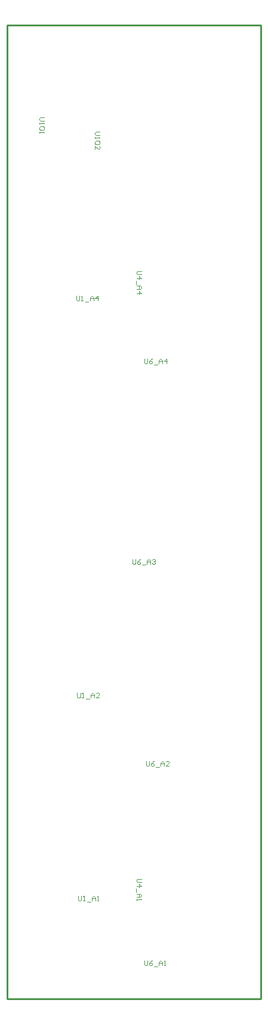
<source format=gbp>
G04*
G04 #@! TF.GenerationSoftware,Altium Limited,Altium Designer,22.3.1 (43)*
G04*
G04 Layer_Color=128*
%FSLAX25Y25*%
%MOIN*%
G70*
G04*
G04 #@! TF.SameCoordinates,279A1D3E-A716-413B-99E7-0DBA20A4D314*
G04*
G04*
G04 #@! TF.FilePolarity,Positive*
G04*
G01*
G75*
%ADD15C,0.00394*%
%ADD17C,0.01000*%
D15*
X38945Y-371745D02*
Y-374041D01*
X39404Y-374500D01*
X40322D01*
X40782Y-374041D01*
Y-371745D01*
X41700Y-374500D02*
X42618D01*
X42159D01*
Y-371745D01*
X41700Y-372204D01*
X43996Y-374959D02*
X45832D01*
X46751Y-374500D02*
Y-372663D01*
X47669Y-371745D01*
X48588Y-372663D01*
Y-374500D01*
Y-373123D01*
X46751D01*
X51342Y-374500D02*
X49506D01*
X51342Y-372663D01*
Y-372204D01*
X50883Y-371745D01*
X49965D01*
X49506Y-372204D01*
X77488Y-409721D02*
Y-412017D01*
X77947Y-412476D01*
X78866D01*
X79325Y-412017D01*
Y-409721D01*
X82080D02*
X81161Y-410181D01*
X80243Y-411099D01*
Y-412017D01*
X80702Y-412476D01*
X81621D01*
X82080Y-412017D01*
Y-411558D01*
X81621Y-411099D01*
X80243D01*
X82998Y-412935D02*
X84835D01*
X85753Y-412476D02*
Y-410640D01*
X86672Y-409721D01*
X87590Y-410640D01*
Y-412476D01*
Y-411099D01*
X85753D01*
X90345Y-412476D02*
X88508D01*
X90345Y-410640D01*
Y-410181D01*
X89886Y-409721D01*
X88967D01*
X88508Y-410181D01*
X69807Y-297280D02*
Y-299576D01*
X70266Y-300035D01*
X71185D01*
X71644Y-299576D01*
Y-297280D01*
X74399D02*
X73480Y-297740D01*
X72562Y-298658D01*
Y-299576D01*
X73021Y-300035D01*
X73940D01*
X74399Y-299576D01*
Y-299117D01*
X73940Y-298658D01*
X72562D01*
X75317Y-300495D02*
X77154D01*
X78072Y-300035D02*
Y-298199D01*
X78991Y-297280D01*
X79909Y-298199D01*
Y-300035D01*
Y-298658D01*
X78072D01*
X80827Y-297740D02*
X81286Y-297280D01*
X82205D01*
X82664Y-297740D01*
Y-298199D01*
X82205Y-298658D01*
X81745D01*
X82205D01*
X82664Y-299117D01*
Y-299576D01*
X82205Y-300035D01*
X81286D01*
X80827Y-299576D01*
X76488Y-185721D02*
Y-188017D01*
X76947Y-188476D01*
X77866D01*
X78325Y-188017D01*
Y-185721D01*
X81080D02*
X80161Y-186180D01*
X79243Y-187099D01*
Y-188017D01*
X79702Y-188476D01*
X80621D01*
X81080Y-188017D01*
Y-187558D01*
X80621Y-187099D01*
X79243D01*
X81998Y-188935D02*
X83835D01*
X84753Y-188476D02*
Y-186640D01*
X85672Y-185721D01*
X86590Y-186640D01*
Y-188476D01*
Y-187099D01*
X84753D01*
X88886Y-188476D02*
Y-185721D01*
X87508Y-187099D01*
X89345D01*
X38500Y-150745D02*
Y-153041D01*
X38959Y-153500D01*
X39878D01*
X40337Y-153041D01*
Y-150745D01*
X41255Y-153500D02*
X42173D01*
X41714D01*
Y-150745D01*
X41255Y-151204D01*
X43551Y-153959D02*
X45388D01*
X46306Y-153500D02*
Y-151663D01*
X47224Y-150745D01*
X48143Y-151663D01*
Y-153500D01*
Y-152122D01*
X46306D01*
X50438Y-153500D02*
Y-150745D01*
X49061Y-152122D01*
X50898D01*
X20755Y-51500D02*
X18459D01*
X18000Y-51959D01*
Y-52877D01*
X18459Y-53337D01*
X20755D01*
X18000Y-54255D02*
Y-55173D01*
Y-54714D01*
X20755D01*
X20296Y-54255D01*
Y-56551D02*
X20755Y-57010D01*
Y-57928D01*
X20296Y-58388D01*
X18459D01*
X18000Y-57928D01*
Y-57010D01*
X18459Y-56551D01*
X20296D01*
X18000Y-59306D02*
Y-60224D01*
Y-59765D01*
X20755D01*
X20296Y-59306D01*
X51755Y-59500D02*
X49459D01*
X49000Y-59959D01*
Y-60878D01*
X49459Y-61337D01*
X51755D01*
X49000Y-62255D02*
Y-63173D01*
Y-62714D01*
X51755D01*
X51296Y-62255D01*
Y-64551D02*
X51755Y-65010D01*
Y-65928D01*
X51296Y-66387D01*
X49459D01*
X49000Y-65928D01*
Y-65010D01*
X49459Y-64551D01*
X51296D01*
X49000Y-69143D02*
Y-67306D01*
X50837Y-69143D01*
X51296D01*
X51755Y-68683D01*
Y-67765D01*
X51296Y-67306D01*
X75015Y-136913D02*
X72719D01*
X72260Y-137373D01*
Y-138291D01*
X72719Y-138750D01*
X75015D01*
X72260Y-141046D02*
X75015D01*
X73637Y-139668D01*
Y-141505D01*
X71801Y-142423D02*
Y-144260D01*
X72260Y-145178D02*
X74097D01*
X75015Y-146097D01*
X74097Y-147015D01*
X72260D01*
X73637D01*
Y-145178D01*
X72260Y-149311D02*
X75015D01*
X73637Y-147933D01*
Y-149770D01*
X39563Y-484745D02*
Y-487041D01*
X40022Y-487500D01*
X40940D01*
X41400Y-487041D01*
Y-484745D01*
X42318Y-487500D02*
X43236D01*
X42777D01*
Y-484745D01*
X42318Y-485204D01*
X44614Y-487959D02*
X46450D01*
X47369Y-487500D02*
Y-485663D01*
X48287Y-484745D01*
X49206Y-485663D01*
Y-487500D01*
Y-486123D01*
X47369D01*
X50124Y-487500D02*
X51042D01*
X50583D01*
Y-484745D01*
X50124Y-485204D01*
X76488Y-520721D02*
Y-523017D01*
X76947Y-523476D01*
X77866D01*
X78325Y-523017D01*
Y-520721D01*
X81080D02*
X80161Y-521180D01*
X79243Y-522099D01*
Y-523017D01*
X79702Y-523476D01*
X80621D01*
X81080Y-523017D01*
Y-522558D01*
X80621Y-522099D01*
X79243D01*
X81998Y-523936D02*
X83835D01*
X84753Y-523476D02*
Y-521640D01*
X85672Y-520721D01*
X86590Y-521640D01*
Y-523476D01*
Y-522099D01*
X84753D01*
X87508Y-523476D02*
X88427D01*
X87967D01*
Y-520721D01*
X87508Y-521180D01*
X75015Y-475347D02*
X72719D01*
X72260Y-475806D01*
Y-476724D01*
X72719Y-477183D01*
X75015D01*
X72260Y-479479D02*
X75015D01*
X73637Y-478101D01*
Y-479938D01*
X71801Y-480857D02*
Y-482693D01*
X72260Y-483611D02*
X74097D01*
X75015Y-484530D01*
X74097Y-485448D01*
X72260D01*
X73637D01*
Y-483611D01*
X72260Y-486367D02*
Y-487285D01*
Y-486826D01*
X75015D01*
X74556Y-486367D01*
D17*
X0Y-542000D02*
Y0D01*
Y-542000D02*
X141732D01*
X0Y0D02*
X141732D01*
Y-542000D02*
Y0D01*
M02*

</source>
